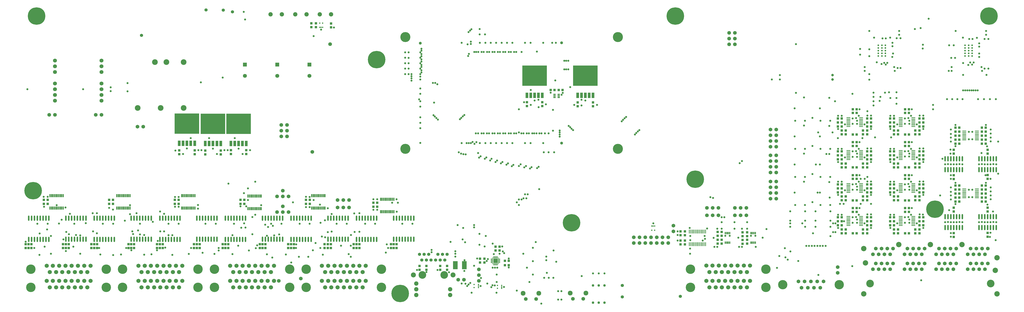
<source format=gbs>
G04*
G04 #@! TF.GenerationSoftware,Altium Limited,Altium Designer,18.0.12 (696)*
G04*
G04 Layer_Color=16711935*
%FSLAX25Y25*%
%MOIN*%
G70*
G01*
G75*
%ADD68R,0.08000X0.14000*%
%ADD71R,0.04240X0.04240*%
%ADD72R,0.04240X0.04240*%
%ADD73R,0.02153X0.04000*%
%ADD77O,0.02862X0.09161*%
%ADD94R,0.01681X0.06799*%
%ADD96R,0.06799X0.06799*%
%ADD97C,0.06799*%
%ADD98C,0.13295*%
%ADD99C,0.06500*%
%ADD100C,0.09358*%
%ADD101C,0.09949*%
%ADD102C,0.08700*%
%ADD103C,0.05500*%
%ADD104C,0.07500*%
%ADD105C,0.13300*%
%ADD106C,0.30500*%
%ADD107C,0.04437*%
%ADD108C,0.07200*%
%ADD109C,0.16500*%
%ADD110C,0.16248*%
%ADD111C,0.05098*%
%ADD112C,0.03500*%
%ADD113C,0.17500*%
%ADD114C,0.08374*%
%ADD115C,0.04500*%
%ADD116C,0.03000*%
%ADD152R,0.02272X0.05421*%
%ADD153R,0.01681X0.01681*%
%ADD154R,0.01681X0.04043*%
%ADD155R,0.04043X0.01681*%
%ADD156R,0.07587X0.07587*%
%ADD157R,0.02468X0.02075*%
%ADD158R,0.02075X0.02468*%
%ADD159R,0.04700X0.09500*%
%ADD160R,0.42500X0.35500*%
%ADD161R,0.06996X0.01681*%
%ADD162R,0.03847X0.02075*%
D68*
X767500Y71500D02*
D03*
X752004D02*
D03*
D71*
X829000Y103847D02*
D03*
Y97154D02*
D03*
X501400Y486654D02*
D03*
Y493347D02*
D03*
X535685Y486307D02*
D03*
Y493000D02*
D03*
X1461663Y299654D02*
D03*
Y306347D02*
D03*
X1552663Y299654D02*
D03*
Y306347D02*
D03*
X1461663Y242154D02*
D03*
Y248847D02*
D03*
X1552663Y242154D02*
D03*
Y248847D02*
D03*
X1461663Y184653D02*
D03*
Y191347D02*
D03*
X1552663Y184653D02*
D03*
Y191347D02*
D03*
X1461663Y127154D02*
D03*
Y133846D02*
D03*
X1552663Y127154D02*
D03*
Y133846D02*
D03*
X1424663Y299654D02*
D03*
Y306347D02*
D03*
X1515663Y299654D02*
D03*
Y306347D02*
D03*
X1424663Y242154D02*
D03*
Y248847D02*
D03*
X1515663Y242154D02*
D03*
Y248847D02*
D03*
X1424663Y184653D02*
D03*
Y191347D02*
D03*
X1515663Y184653D02*
D03*
Y191347D02*
D03*
X1424663Y127154D02*
D03*
Y133846D02*
D03*
X1515663Y127154D02*
D03*
Y133846D02*
D03*
X1678500Y121153D02*
D03*
Y127847D02*
D03*
Y222153D02*
D03*
Y228847D02*
D03*
Y171693D02*
D03*
Y165000D02*
D03*
Y272693D02*
D03*
Y266000D02*
D03*
X1619500Y120653D02*
D03*
Y127347D02*
D03*
Y221654D02*
D03*
Y228346D02*
D03*
Y171846D02*
D03*
Y165154D02*
D03*
Y272847D02*
D03*
Y266154D02*
D03*
X822000Y97154D02*
D03*
Y103847D02*
D03*
X795000Y76153D02*
D03*
Y82846D02*
D03*
X802500Y76153D02*
D03*
Y82846D02*
D03*
X991788Y348807D02*
D03*
Y355500D02*
D03*
X298141Y265154D02*
D03*
Y271847D02*
D03*
X964988Y348807D02*
D03*
Y355500D02*
D03*
X271341Y265154D02*
D03*
Y271847D02*
D03*
X316700Y264653D02*
D03*
Y271346D02*
D03*
X343500Y264653D02*
D03*
Y271346D02*
D03*
X876602Y349153D02*
D03*
Y355847D02*
D03*
X361197Y265307D02*
D03*
Y272000D02*
D03*
X903402Y349153D02*
D03*
Y355847D02*
D03*
X388000Y265307D02*
D03*
Y272000D02*
D03*
X79000Y101284D02*
D03*
Y107976D02*
D03*
X192770Y101284D02*
D03*
Y107976D02*
D03*
X307000Y101284D02*
D03*
Y107976D02*
D03*
X421384Y101284D02*
D03*
Y107976D02*
D03*
X535326Y101284D02*
D03*
Y107976D02*
D03*
X649498Y101284D02*
D03*
Y107976D02*
D03*
X9000Y101284D02*
D03*
Y107976D02*
D03*
X128270Y101284D02*
D03*
Y107976D02*
D03*
X242538Y101284D02*
D03*
Y107976D02*
D03*
X356691Y101284D02*
D03*
Y107976D02*
D03*
X470845Y101284D02*
D03*
Y107976D02*
D03*
X584998Y101284D02*
D03*
Y107976D02*
D03*
X73831Y101284D02*
D03*
Y107976D02*
D03*
X187770Y101284D02*
D03*
Y107976D02*
D03*
X302038Y101284D02*
D03*
Y107976D02*
D03*
X416384Y101284D02*
D03*
Y107976D02*
D03*
X529826Y101284D02*
D03*
Y107976D02*
D03*
X644498Y101284D02*
D03*
Y107976D02*
D03*
X14000Y101284D02*
D03*
Y107976D02*
D03*
X123270Y101284D02*
D03*
Y107976D02*
D03*
X237538Y101284D02*
D03*
Y107976D02*
D03*
X351691Y101284D02*
D03*
Y107976D02*
D03*
X465845Y101284D02*
D03*
Y107976D02*
D03*
X579998Y101284D02*
D03*
Y107976D02*
D03*
X69000Y101284D02*
D03*
Y107976D02*
D03*
X183067Y101284D02*
D03*
Y107976D02*
D03*
X297000Y101284D02*
D03*
Y107976D02*
D03*
X411567Y101284D02*
D03*
Y107976D02*
D03*
X524326Y101284D02*
D03*
Y107976D02*
D03*
X639831Y101284D02*
D03*
Y107976D02*
D03*
X4000Y101284D02*
D03*
Y107976D02*
D03*
X118402Y101284D02*
D03*
Y107976D02*
D03*
X232538Y101284D02*
D03*
Y107976D02*
D03*
X347000Y101284D02*
D03*
Y107976D02*
D03*
X461000Y101284D02*
D03*
Y107976D02*
D03*
X574831Y101284D02*
D03*
Y107976D02*
D03*
X1252000Y122153D02*
D03*
Y128847D02*
D03*
X1260000Y115847D02*
D03*
Y109153D02*
D03*
Y122153D02*
D03*
Y128847D02*
D03*
X1252000Y115347D02*
D03*
Y108653D02*
D03*
X1208500Y122653D02*
D03*
Y129347D02*
D03*
Y115847D02*
D03*
Y109153D02*
D03*
X1215500Y122653D02*
D03*
Y129347D02*
D03*
Y115847D02*
D03*
Y109153D02*
D03*
X1144000Y123653D02*
D03*
Y130347D02*
D03*
Y114347D02*
D03*
Y107653D02*
D03*
X1151500Y123653D02*
D03*
Y130347D02*
D03*
Y114347D02*
D03*
Y107653D02*
D03*
X737500Y69890D02*
D03*
Y63197D02*
D03*
X725500Y69890D02*
D03*
Y63197D02*
D03*
X701500Y69890D02*
D03*
Y63197D02*
D03*
X689500Y69890D02*
D03*
Y63197D02*
D03*
X509400Y493347D02*
D03*
Y486654D02*
D03*
X1468970Y306347D02*
D03*
Y299654D02*
D03*
X1559970Y306347D02*
D03*
Y299654D02*
D03*
X1468970Y248847D02*
D03*
Y242154D02*
D03*
X1559970Y248847D02*
D03*
Y242154D02*
D03*
X1468970Y191347D02*
D03*
Y184653D02*
D03*
X1559970Y191347D02*
D03*
Y184653D02*
D03*
X1468970Y133846D02*
D03*
Y127154D02*
D03*
X1559970Y133846D02*
D03*
Y127154D02*
D03*
X1431663Y306347D02*
D03*
Y299654D02*
D03*
X1522663Y306347D02*
D03*
Y299654D02*
D03*
X1431663Y248847D02*
D03*
Y242154D02*
D03*
X1522663Y248847D02*
D03*
Y242154D02*
D03*
X1431663Y191347D02*
D03*
Y184653D02*
D03*
X1522663Y191347D02*
D03*
Y184653D02*
D03*
X1431663Y133846D02*
D03*
Y127154D02*
D03*
X1522663Y133846D02*
D03*
Y127154D02*
D03*
D72*
X1675347Y189500D02*
D03*
X1668653D02*
D03*
X1675347Y290500D02*
D03*
X1668653D02*
D03*
X1675347Y203500D02*
D03*
X1668653D02*
D03*
X1675347Y304500D02*
D03*
X1668653D02*
D03*
X1622654Y203500D02*
D03*
X1629346D02*
D03*
X1622654Y304500D02*
D03*
X1629346D02*
D03*
X1622654Y189500D02*
D03*
X1629346D02*
D03*
X1622654Y290500D02*
D03*
X1629346D02*
D03*
X844847Y71500D02*
D03*
X838153D02*
D03*
X844847Y79000D02*
D03*
X838153D02*
D03*
X1475663Y320500D02*
D03*
X1468970D02*
D03*
X1566663D02*
D03*
X1559970D02*
D03*
X1475663Y263000D02*
D03*
X1468970D02*
D03*
X1566663D02*
D03*
X1559970D02*
D03*
X1475663Y205500D02*
D03*
X1468970D02*
D03*
X1566663D02*
D03*
X1559970D02*
D03*
X1475663Y148000D02*
D03*
X1468970D02*
D03*
X1566663D02*
D03*
X1559970D02*
D03*
X1468970Y313500D02*
D03*
X1475663D02*
D03*
X1559970D02*
D03*
X1566663D02*
D03*
X1468970Y256000D02*
D03*
X1475663D02*
D03*
X1559970D02*
D03*
X1566663D02*
D03*
X1468970Y198500D02*
D03*
X1475663D02*
D03*
X1559970D02*
D03*
X1566663D02*
D03*
X1468970Y141000D02*
D03*
X1475663D02*
D03*
X1559970D02*
D03*
X1566663D02*
D03*
X1450663Y299500D02*
D03*
X1443970D02*
D03*
X1541663D02*
D03*
X1534970D02*
D03*
X1450663Y242000D02*
D03*
X1443970D02*
D03*
X1541663D02*
D03*
X1534970D02*
D03*
X1450663Y184500D02*
D03*
X1443970D02*
D03*
X1541663D02*
D03*
X1534970D02*
D03*
X1450663Y127000D02*
D03*
X1443970D02*
D03*
X1541663D02*
D03*
X1534970D02*
D03*
X1450663Y337000D02*
D03*
X1443970D02*
D03*
X1541663D02*
D03*
X1534970D02*
D03*
X1450663Y279500D02*
D03*
X1443970D02*
D03*
X1541663D02*
D03*
X1534970D02*
D03*
X1450663Y222000D02*
D03*
X1443970D02*
D03*
X1541663D02*
D03*
X1534970D02*
D03*
X1450663Y164500D02*
D03*
X1443970D02*
D03*
X1541663D02*
D03*
X1534970D02*
D03*
X1417970Y320500D02*
D03*
X1424663D02*
D03*
X1508970D02*
D03*
X1515663D02*
D03*
X1417970Y263000D02*
D03*
X1424663D02*
D03*
X1508970D02*
D03*
X1515663D02*
D03*
X1417970Y205500D02*
D03*
X1424663D02*
D03*
X1508970D02*
D03*
X1515663D02*
D03*
X1417970Y148000D02*
D03*
X1424663D02*
D03*
X1508970D02*
D03*
X1515663D02*
D03*
X1424663Y313500D02*
D03*
X1417970D02*
D03*
X1515663D02*
D03*
X1508970D02*
D03*
X1424663Y256000D02*
D03*
X1417970D02*
D03*
X1515663D02*
D03*
X1508970D02*
D03*
X1424663Y198500D02*
D03*
X1417970D02*
D03*
X1515663D02*
D03*
X1508970D02*
D03*
X1424663Y141000D02*
D03*
X1417970D02*
D03*
X1515663D02*
D03*
X1508970D02*
D03*
X1475663Y327500D02*
D03*
X1468970D02*
D03*
X1566663D02*
D03*
X1559970D02*
D03*
X1475663Y270000D02*
D03*
X1468970D02*
D03*
X1566663D02*
D03*
X1559970D02*
D03*
X1475663Y212500D02*
D03*
X1468970D02*
D03*
X1566663D02*
D03*
X1559970D02*
D03*
X1475663Y155000D02*
D03*
X1468970D02*
D03*
X1566663D02*
D03*
X1559970D02*
D03*
X1417970Y327500D02*
D03*
X1424663D02*
D03*
X1508970D02*
D03*
X1515663D02*
D03*
X1417970Y270000D02*
D03*
X1424663D02*
D03*
X1508970D02*
D03*
X1515663D02*
D03*
X1417970Y212500D02*
D03*
X1424663D02*
D03*
X1508970D02*
D03*
X1515663D02*
D03*
X1417970Y155000D02*
D03*
X1424663D02*
D03*
X1508970D02*
D03*
X1515663D02*
D03*
X1675347Y196500D02*
D03*
X1668653D02*
D03*
X1675347Y297500D02*
D03*
X1668653D02*
D03*
X1622654Y196500D02*
D03*
X1629346D02*
D03*
X1622654Y297500D02*
D03*
X1629346D02*
D03*
X1675347Y182500D02*
D03*
X1668653D02*
D03*
X1675347Y283500D02*
D03*
X1668653D02*
D03*
Y210500D02*
D03*
X1675347D02*
D03*
X1668653Y311500D02*
D03*
X1675347D02*
D03*
X1622654Y210500D02*
D03*
X1629346D02*
D03*
X1622654Y311500D02*
D03*
X1629346D02*
D03*
Y182500D02*
D03*
X1622654D02*
D03*
X1629346Y283500D02*
D03*
X1622654D02*
D03*
X35616Y185260D02*
D03*
X42309D02*
D03*
X149424D02*
D03*
X156116D02*
D03*
X263731D02*
D03*
X270424D02*
D03*
X378038D02*
D03*
X384731D02*
D03*
X491845D02*
D03*
X498538D02*
D03*
X609152Y180496D02*
D03*
X615845D02*
D03*
X35616Y178260D02*
D03*
X42309D02*
D03*
X149424D02*
D03*
X156116D02*
D03*
X263731D02*
D03*
X270424D02*
D03*
X378038D02*
D03*
X384731D02*
D03*
X491845D02*
D03*
X498538D02*
D03*
X609152Y173496D02*
D03*
X615845D02*
D03*
X917965Y377153D02*
D03*
X924658D02*
D03*
X938657D02*
D03*
X931965D02*
D03*
X1443970Y343500D02*
D03*
X1450663D02*
D03*
X1534970D02*
D03*
X1541663D02*
D03*
X1443970Y286000D02*
D03*
X1450663D02*
D03*
X1534970D02*
D03*
X1541663D02*
D03*
X1443970Y228500D02*
D03*
X1450663D02*
D03*
X1534970D02*
D03*
X1541663D02*
D03*
X1443970Y171000D02*
D03*
X1450663D02*
D03*
X1534970D02*
D03*
X1541663D02*
D03*
D73*
X1266500Y127287D02*
D03*
Y110711D02*
D03*
X1269059D02*
D03*
X1271618D02*
D03*
X1274177D02*
D03*
X1269059Y127287D02*
D03*
X1271618D02*
D03*
X1274177D02*
D03*
X1222000D02*
D03*
Y110711D02*
D03*
X1224559D02*
D03*
X1227118D02*
D03*
X1229677D02*
D03*
X1224559Y127287D02*
D03*
X1227118D02*
D03*
X1229677D02*
D03*
D77*
X73963Y153362D02*
D03*
X78963D02*
D03*
X83963D02*
D03*
X88963D02*
D03*
X93963D02*
D03*
X98963D02*
D03*
X103963D02*
D03*
X108963D02*
D03*
X73963Y116669D02*
D03*
X78963D02*
D03*
X83963D02*
D03*
X88963D02*
D03*
X93963D02*
D03*
X98963D02*
D03*
X103963D02*
D03*
X108963D02*
D03*
X187770Y153362D02*
D03*
X192770D02*
D03*
X197770D02*
D03*
X202770D02*
D03*
X207770D02*
D03*
X212770D02*
D03*
X217770D02*
D03*
X222770D02*
D03*
X187770Y116669D02*
D03*
X192770D02*
D03*
X197770D02*
D03*
X202770D02*
D03*
X207770D02*
D03*
X212770D02*
D03*
X217770D02*
D03*
X222770D02*
D03*
X302038Y153362D02*
D03*
X307038D02*
D03*
X312038D02*
D03*
X317038D02*
D03*
X322038D02*
D03*
X327038D02*
D03*
X332038D02*
D03*
X337038D02*
D03*
X302038Y116669D02*
D03*
X307038D02*
D03*
X312038D02*
D03*
X317038D02*
D03*
X322038D02*
D03*
X327038D02*
D03*
X332038D02*
D03*
X337038D02*
D03*
X416384Y153362D02*
D03*
X421384D02*
D03*
X426384D02*
D03*
X431384D02*
D03*
X436384D02*
D03*
X441384D02*
D03*
X446384D02*
D03*
X451384D02*
D03*
X416384Y116669D02*
D03*
X421384D02*
D03*
X426384D02*
D03*
X431384D02*
D03*
X436384D02*
D03*
X441384D02*
D03*
X446384D02*
D03*
X451384D02*
D03*
X530345Y153362D02*
D03*
X535345D02*
D03*
X540345D02*
D03*
X545345D02*
D03*
X550345D02*
D03*
X555345D02*
D03*
X560345D02*
D03*
X565345D02*
D03*
X530345Y116669D02*
D03*
X535345D02*
D03*
X540345D02*
D03*
X545345D02*
D03*
X550345D02*
D03*
X555345D02*
D03*
X560345D02*
D03*
X565345D02*
D03*
X644498Y153362D02*
D03*
X649498D02*
D03*
X654498D02*
D03*
X659498D02*
D03*
X664498D02*
D03*
X669498D02*
D03*
X674498D02*
D03*
X679498D02*
D03*
X644498Y116669D02*
D03*
X649498D02*
D03*
X654498D02*
D03*
X659498D02*
D03*
X664498D02*
D03*
X669498D02*
D03*
X674498D02*
D03*
X679498D02*
D03*
X9463Y153209D02*
D03*
X14463D02*
D03*
X19463D02*
D03*
X24463D02*
D03*
X29463D02*
D03*
X34463D02*
D03*
X39463D02*
D03*
X44463D02*
D03*
X9463Y116516D02*
D03*
X14463D02*
D03*
X19463D02*
D03*
X24463D02*
D03*
X29463D02*
D03*
X34463D02*
D03*
X39463D02*
D03*
X44463D02*
D03*
X123270Y153209D02*
D03*
X128270D02*
D03*
X133270D02*
D03*
X138270D02*
D03*
X143270D02*
D03*
X148270D02*
D03*
X153270D02*
D03*
X158270D02*
D03*
X123270Y116516D02*
D03*
X128270D02*
D03*
X133270D02*
D03*
X138270D02*
D03*
X143270D02*
D03*
X148270D02*
D03*
X153270D02*
D03*
X158270D02*
D03*
X237538Y153209D02*
D03*
X242538D02*
D03*
X247538D02*
D03*
X252538D02*
D03*
X257538D02*
D03*
X262538D02*
D03*
X267538D02*
D03*
X272538D02*
D03*
X237538Y116516D02*
D03*
X242538D02*
D03*
X247538D02*
D03*
X252538D02*
D03*
X257538D02*
D03*
X262538D02*
D03*
X267538D02*
D03*
X272538D02*
D03*
X351691Y153209D02*
D03*
X356691D02*
D03*
X361691D02*
D03*
X366691D02*
D03*
X371691D02*
D03*
X376691D02*
D03*
X381691D02*
D03*
X386691D02*
D03*
X351691Y116516D02*
D03*
X356691D02*
D03*
X361691D02*
D03*
X366691D02*
D03*
X371691D02*
D03*
X376691D02*
D03*
X381691D02*
D03*
X386691D02*
D03*
X465845Y153209D02*
D03*
X470845D02*
D03*
X475845D02*
D03*
X480845D02*
D03*
X485845D02*
D03*
X490845D02*
D03*
X495845D02*
D03*
X500845D02*
D03*
X465845Y116516D02*
D03*
X470845D02*
D03*
X475845D02*
D03*
X480845D02*
D03*
X485845D02*
D03*
X490845D02*
D03*
X495845D02*
D03*
X500845D02*
D03*
X579998Y153209D02*
D03*
X584998D02*
D03*
X589998D02*
D03*
X594998D02*
D03*
X599998D02*
D03*
X604998D02*
D03*
X609998D02*
D03*
X614998D02*
D03*
X579998Y116516D02*
D03*
X584998D02*
D03*
X589998D02*
D03*
X594998D02*
D03*
X599998D02*
D03*
X604998D02*
D03*
X609998D02*
D03*
X614998D02*
D03*
X1634500Y238102D02*
D03*
X1629500D02*
D03*
X1624500D02*
D03*
X1619500D02*
D03*
X1614500D02*
D03*
X1609500D02*
D03*
X1604500D02*
D03*
X1634500Y257000D02*
D03*
X1629500D02*
D03*
X1624500D02*
D03*
X1619500D02*
D03*
X1614500D02*
D03*
X1609500D02*
D03*
X1604500D02*
D03*
X1634500Y137102D02*
D03*
X1629500D02*
D03*
X1624500D02*
D03*
X1619500D02*
D03*
X1614500D02*
D03*
X1609500D02*
D03*
X1604500D02*
D03*
X1634500Y156000D02*
D03*
X1629500D02*
D03*
X1624500D02*
D03*
X1619500D02*
D03*
X1614500D02*
D03*
X1609500D02*
D03*
X1604500D02*
D03*
X1693500Y238102D02*
D03*
X1688500D02*
D03*
X1683500D02*
D03*
X1678500D02*
D03*
X1673500D02*
D03*
X1668500D02*
D03*
X1663500D02*
D03*
X1693500Y257000D02*
D03*
X1688500D02*
D03*
X1683500D02*
D03*
X1678500D02*
D03*
X1673500D02*
D03*
X1668500D02*
D03*
X1663500D02*
D03*
X1693500Y137102D02*
D03*
X1688500D02*
D03*
X1683500D02*
D03*
X1678500D02*
D03*
X1673500D02*
D03*
X1668500D02*
D03*
X1663500D02*
D03*
X1693500Y156000D02*
D03*
X1688500D02*
D03*
X1683500D02*
D03*
X1678500D02*
D03*
X1673500D02*
D03*
X1668500D02*
D03*
X1663500D02*
D03*
D94*
X1159425Y130024D02*
D03*
X1161984D02*
D03*
X1164543D02*
D03*
X1167102D02*
D03*
X1169661D02*
D03*
X1172221D02*
D03*
X1174780D02*
D03*
X1177339D02*
D03*
X1179898D02*
D03*
X1182457D02*
D03*
X1185016D02*
D03*
X1187575D02*
D03*
X1159425Y107976D02*
D03*
X1161984D02*
D03*
X1164543D02*
D03*
X1167102D02*
D03*
X1169661D02*
D03*
X1172221D02*
D03*
X1174780D02*
D03*
X1177339D02*
D03*
X1179898D02*
D03*
X1182457D02*
D03*
X1185016D02*
D03*
X1187575D02*
D03*
D96*
X497996Y421307D02*
D03*
X441881Y421307D02*
D03*
X385767D02*
D03*
D97*
X497996Y401607D02*
D03*
X441881Y401607D02*
D03*
X385767D02*
D03*
X55000Y358381D02*
D03*
Y368381D02*
D03*
Y378381D02*
D03*
Y388381D02*
D03*
Y408381D02*
D03*
Y418381D02*
D03*
Y428381D02*
D03*
X136000Y358381D02*
D03*
Y368381D02*
D03*
Y378381D02*
D03*
Y388381D02*
D03*
Y408381D02*
D03*
Y418381D02*
D03*
Y428381D02*
D03*
D98*
X1684016Y39300D02*
D03*
X1474016D02*
D03*
D99*
X1669016Y74300D02*
D03*
X1659016D02*
D03*
X1649016D02*
D03*
X1679016D02*
D03*
X1644016Y64300D02*
D03*
X1654016D02*
D03*
X1664016D02*
D03*
X1674016D02*
D03*
Y90284D02*
D03*
X1664016D02*
D03*
X1654016D02*
D03*
X1644016D02*
D03*
X1679016Y100284D02*
D03*
X1649016D02*
D03*
X1659016D02*
D03*
X1669016D02*
D03*
X1614016D02*
D03*
X1604016D02*
D03*
X1594016D02*
D03*
X1624016D02*
D03*
X1589016Y90284D02*
D03*
X1599016D02*
D03*
X1609016D02*
D03*
X1619016D02*
D03*
Y64300D02*
D03*
X1609016D02*
D03*
X1599016D02*
D03*
X1589016D02*
D03*
X1624016Y74300D02*
D03*
X1594016D02*
D03*
X1604016D02*
D03*
X1614016D02*
D03*
X1559016Y100284D02*
D03*
X1549016D02*
D03*
X1539016D02*
D03*
X1569016D02*
D03*
X1534016Y90284D02*
D03*
X1544016D02*
D03*
X1554016D02*
D03*
X1564016D02*
D03*
Y64300D02*
D03*
X1554016D02*
D03*
X1544016D02*
D03*
X1534016D02*
D03*
X1569016Y74300D02*
D03*
X1539016D02*
D03*
X1549016D02*
D03*
X1559016D02*
D03*
X1504016Y100284D02*
D03*
X1494016D02*
D03*
X1484016D02*
D03*
X1514016D02*
D03*
X1479016Y90284D02*
D03*
X1489016D02*
D03*
X1499016D02*
D03*
X1509016D02*
D03*
Y64300D02*
D03*
X1499016D02*
D03*
X1489016D02*
D03*
X1479016D02*
D03*
X1514016Y74300D02*
D03*
X1484016D02*
D03*
X1494016D02*
D03*
X1504016D02*
D03*
X136000Y333853D02*
D03*
X126000D02*
D03*
X208770Y313137D02*
D03*
X198770D02*
D03*
X1365547Y31909D02*
D03*
X1354642D02*
D03*
X1376453D02*
D03*
X1387358D02*
D03*
X1392811Y43091D02*
D03*
X1381905D02*
D03*
X1371000D02*
D03*
X1349189D02*
D03*
X1360095D02*
D03*
X1238500Y476777D02*
D03*
Y466777D02*
D03*
Y456777D02*
D03*
X1228500D02*
D03*
Y466777D02*
D03*
Y476777D02*
D03*
X461500Y191499D02*
D03*
X451500D02*
D03*
X441500D02*
D03*
X451500Y201499D02*
D03*
X1310500Y187500D02*
D03*
Y197500D02*
D03*
Y207500D02*
D03*
Y217500D02*
D03*
X1300500D02*
D03*
Y207500D02*
D03*
Y197500D02*
D03*
Y187500D02*
D03*
X567000Y172000D02*
D03*
X557000D02*
D03*
X547000D02*
D03*
X566983Y185000D02*
D03*
X556983D02*
D03*
X546983D02*
D03*
X1310500Y308000D02*
D03*
Y298000D02*
D03*
Y288000D02*
D03*
Y278000D02*
D03*
X1300500D02*
D03*
Y288000D02*
D03*
Y298000D02*
D03*
Y308000D02*
D03*
X1310500Y263000D02*
D03*
Y253000D02*
D03*
Y243000D02*
D03*
Y233000D02*
D03*
X1300500D02*
D03*
Y243000D02*
D03*
Y253000D02*
D03*
Y263000D02*
D03*
X459000Y315917D02*
D03*
Y305917D02*
D03*
Y295917D02*
D03*
X449000D02*
D03*
Y305917D02*
D03*
Y315917D02*
D03*
X45000Y333853D02*
D03*
X55000D02*
D03*
X451500Y174000D02*
D03*
X441500Y164000D02*
D03*
X451500D02*
D03*
X461500D02*
D03*
X793000Y64000D02*
D03*
Y54000D02*
D03*
Y44000D02*
D03*
X767000Y46000D02*
D03*
X757000D02*
D03*
X1131500Y130289D02*
D03*
Y140289D02*
D03*
X1092500Y120000D02*
D03*
X1102500D02*
D03*
X1082500D02*
D03*
X1072500D02*
D03*
X1112500D02*
D03*
X1122500D02*
D03*
X1062500D02*
D03*
Y110000D02*
D03*
X1072500D02*
D03*
X1082500D02*
D03*
X1092500D02*
D03*
X1102500D02*
D03*
X1112500D02*
D03*
X1122500D02*
D03*
X1210000Y171500D02*
D03*
X1200000D02*
D03*
X1190000D02*
D03*
X1238500Y158500D02*
D03*
X1248500D02*
D03*
X1258500D02*
D03*
X1210000D02*
D03*
X1200000D02*
D03*
X1190000D02*
D03*
X1238500Y171500D02*
D03*
X1248500D02*
D03*
X1258500D02*
D03*
X1417500Y58000D02*
D03*
Y68000D02*
D03*
X892492Y12500D02*
D03*
X874776D02*
D03*
X974500Y12760D02*
D03*
X956783D02*
D03*
X534000Y457000D02*
D03*
X503000Y269000D02*
D03*
X985388Y394894D02*
D03*
Y409394D02*
D03*
X978388Y402153D02*
D03*
X971388Y409394D02*
D03*
Y394394D02*
D03*
X897002Y394894D02*
D03*
Y409394D02*
D03*
X890002Y402153D02*
D03*
X883002Y409394D02*
D03*
Y394394D02*
D03*
X381600Y325305D02*
D03*
X374600Y318065D02*
D03*
X381600Y310805D02*
D03*
X367600Y310305D02*
D03*
Y325305D02*
D03*
X337100Y325305D02*
D03*
Y310805D02*
D03*
X330100Y318065D02*
D03*
X323100Y325305D02*
D03*
Y310305D02*
D03*
X291741Y311240D02*
D03*
Y325740D02*
D03*
X284741Y318500D02*
D03*
X277741Y325740D02*
D03*
Y310740D02*
D03*
X483014Y48000D02*
D03*
X444500Y43900D02*
D03*
D100*
X1462933Y21308D02*
D03*
Y100284D02*
D03*
X1466024Y75284D02*
D03*
X1524016Y107292D02*
D03*
X1579016D02*
D03*
X1634016D02*
D03*
X1691909Y62292D02*
D03*
X1695000Y84300D02*
D03*
Y21308D02*
D03*
D101*
X229101Y425717D02*
D03*
X249101D02*
D03*
X279101D02*
D03*
Y345717D02*
D03*
X239101D02*
D03*
X199101D02*
D03*
D102*
X678900Y54303D02*
D03*
X748100D02*
D03*
D103*
X689500Y90303D02*
D03*
X697500D02*
D03*
X705500D02*
D03*
X737500D02*
D03*
X721500D02*
D03*
X729500D02*
D03*
X709500Y80303D02*
D03*
X701508D02*
D03*
X693508D02*
D03*
X717508D02*
D03*
X725508D02*
D03*
X733500D02*
D03*
X205683Y472208D02*
D03*
X318000Y516598D02*
D03*
X364000Y513304D02*
D03*
X347921Y516508D02*
D03*
X1143500Y17000D02*
D03*
X1042500Y36000D02*
D03*
Y16000D02*
D03*
D104*
X743100Y19303D02*
D03*
Y29303D02*
D03*
X683900Y19303D02*
D03*
Y29303D02*
D03*
Y39303D02*
D03*
X516000Y509000D02*
D03*
X535685D02*
D03*
X430158D02*
D03*
X449843D02*
D03*
X492842D02*
D03*
X473158D02*
D03*
D105*
X732500Y54303D02*
D03*
X694500D02*
D03*
D106*
X1587000Y169000D02*
D03*
X954454Y145500D02*
D03*
X656000Y22000D02*
D03*
X23000Y506000D02*
D03*
X1681000D02*
D03*
X17000Y201499D02*
D03*
X615000Y430000D02*
D03*
X1135000Y506000D02*
D03*
X1169500Y221500D02*
D03*
D107*
X991500Y36000D02*
D03*
X1001500D02*
D03*
X991500Y6000D02*
D03*
X1001500D02*
D03*
X1011500D02*
D03*
Y36000D02*
D03*
D108*
X519700Y43900D02*
D03*
X530600D02*
D03*
X552400D02*
D03*
X541500D02*
D03*
X585100D02*
D03*
X596000D02*
D03*
X574200D02*
D03*
X563300D02*
D03*
X525150Y32700D02*
D03*
X536050D02*
D03*
X557850D02*
D03*
X546950D02*
D03*
X590550D02*
D03*
X579650D02*
D03*
X568750D02*
D03*
X546950Y59300D02*
D03*
X536050D02*
D03*
X525150D02*
D03*
X568750D02*
D03*
X557850D02*
D03*
X579650D02*
D03*
X590550D02*
D03*
X563300Y70500D02*
D03*
X574200D02*
D03*
X596000D02*
D03*
X585100D02*
D03*
X541500D02*
D03*
X552400D02*
D03*
X530600D02*
D03*
X519700D02*
D03*
X359967Y43900D02*
D03*
X370867D02*
D03*
X392667D02*
D03*
X381767D02*
D03*
X425367D02*
D03*
X436267D02*
D03*
X414467D02*
D03*
X403567D02*
D03*
X365417Y32700D02*
D03*
X376317D02*
D03*
X398117D02*
D03*
X387217D02*
D03*
X430817D02*
D03*
X419917D02*
D03*
X409017D02*
D03*
X387217Y59300D02*
D03*
X376317D02*
D03*
X365417D02*
D03*
X409017D02*
D03*
X398117D02*
D03*
X419917D02*
D03*
X430817D02*
D03*
X403567Y70500D02*
D03*
X414467D02*
D03*
X436267D02*
D03*
X425367D02*
D03*
X381767D02*
D03*
X392667D02*
D03*
X370867D02*
D03*
X359967D02*
D03*
X200233Y43900D02*
D03*
X211133D02*
D03*
X232933D02*
D03*
X222033D02*
D03*
X265633D02*
D03*
X276533D02*
D03*
X254733D02*
D03*
X243833D02*
D03*
X205683Y32700D02*
D03*
X216583D02*
D03*
X238383D02*
D03*
X227483D02*
D03*
X271083D02*
D03*
X260183D02*
D03*
X249283D02*
D03*
X227483Y59300D02*
D03*
X216583D02*
D03*
X205683D02*
D03*
X249283D02*
D03*
X238383D02*
D03*
X260183D02*
D03*
X271083D02*
D03*
X243833Y70500D02*
D03*
X254733D02*
D03*
X276533D02*
D03*
X265633D02*
D03*
X222033D02*
D03*
X232933D02*
D03*
X211133D02*
D03*
X200233D02*
D03*
X40500Y43900D02*
D03*
X51400D02*
D03*
X73200D02*
D03*
X62300D02*
D03*
X105900D02*
D03*
X116800D02*
D03*
X95000D02*
D03*
X84100D02*
D03*
X45950Y32700D02*
D03*
X56850D02*
D03*
X78650D02*
D03*
X67750D02*
D03*
X111350D02*
D03*
X100450D02*
D03*
X89550D02*
D03*
X67750Y59300D02*
D03*
X56850D02*
D03*
X45950D02*
D03*
X89550D02*
D03*
X78650D02*
D03*
X100450D02*
D03*
X111350D02*
D03*
X84100Y70500D02*
D03*
X95000D02*
D03*
X116800D02*
D03*
X105900D02*
D03*
X62300D02*
D03*
X73200D02*
D03*
X51400D02*
D03*
X40500D02*
D03*
X1188800Y44000D02*
D03*
X1199700D02*
D03*
X1221500D02*
D03*
X1210600D02*
D03*
X1254200D02*
D03*
X1265100D02*
D03*
X1243300D02*
D03*
X1232400D02*
D03*
X1194250Y32800D02*
D03*
X1205150D02*
D03*
X1226950D02*
D03*
X1216050D02*
D03*
X1259650D02*
D03*
X1248750D02*
D03*
X1237850D02*
D03*
X1216050Y59400D02*
D03*
X1205150D02*
D03*
X1194250D02*
D03*
X1237850D02*
D03*
X1226950D02*
D03*
X1248750D02*
D03*
X1259650D02*
D03*
X1232400Y70600D02*
D03*
X1243300D02*
D03*
X1265100D02*
D03*
X1254200D02*
D03*
X1210600D02*
D03*
X1221500D02*
D03*
X1199700D02*
D03*
X1188800D02*
D03*
D109*
X492250Y32700D02*
D03*
Y64200D02*
D03*
X623450D02*
D03*
Y32700D02*
D03*
X332517D02*
D03*
Y64200D02*
D03*
X463717D02*
D03*
Y32700D02*
D03*
X172783D02*
D03*
Y64200D02*
D03*
X303983D02*
D03*
Y32700D02*
D03*
X13050D02*
D03*
Y64200D02*
D03*
X144250D02*
D03*
Y32700D02*
D03*
X1161350Y32800D02*
D03*
Y64300D02*
D03*
X1292550D02*
D03*
Y32800D02*
D03*
D110*
X1321807Y37500D02*
D03*
X1420193D02*
D03*
D111*
X690831Y458789D02*
D03*
X936831Y459339D02*
D03*
Y284339D02*
D03*
D112*
X690831Y284789D02*
D03*
X762831Y459339D02*
D03*
Y284339D02*
D03*
X540524Y486145D02*
D03*
X308808Y390489D02*
D03*
X104000Y378214D02*
D03*
X7000D02*
D03*
X1413000Y357390D02*
D03*
X1443293Y370214D02*
D03*
X1566000Y456193D02*
D03*
X1507000Y373000D02*
D03*
X1509163Y363000D02*
D03*
X1500000Y372307D02*
D03*
X1492100Y365000D02*
D03*
X1490600Y358000D02*
D03*
X1479900Y357436D02*
D03*
Y350000D02*
D03*
X1520106Y353000D02*
D03*
Y363000D02*
D03*
Y373000D02*
D03*
X1479900Y364871D02*
D03*
Y372307D02*
D03*
X1238000Y146500D02*
D03*
X1472500Y436000D02*
D03*
X951842Y381889D02*
D03*
X926000Y393653D02*
D03*
X403500Y217000D02*
D03*
X310000Y272000D02*
D03*
X304500Y272000D02*
D03*
X1534663Y261041D02*
D03*
X1541817Y261000D02*
D03*
X1682631Y120653D02*
D03*
X1542163Y145500D02*
D03*
X1677630Y278810D02*
D03*
X1668000Y266975D02*
D03*
X1675000Y228500D02*
D03*
X1335394Y95500D02*
D03*
X1534663Y203000D02*
D03*
X73200Y172000D02*
D03*
X715000Y355035D02*
D03*
X780439Y23415D02*
D03*
X859000Y181000D02*
D03*
X910235Y86347D02*
D03*
Y80000D02*
D03*
X923000Y97000D02*
D03*
X876500Y67042D02*
D03*
X892000Y111667D02*
D03*
X881000Y42000D02*
D03*
X911465Y58000D02*
D03*
X906500Y49500D02*
D03*
X391000Y185000D02*
D03*
X1683500Y128000D02*
D03*
X346806Y398648D02*
D03*
X152000Y375074D02*
D03*
X225323Y147000D02*
D03*
X185626Y176000D02*
D03*
X1600000Y257000D02*
D03*
X806000Y259500D02*
D03*
X803234Y257175D02*
D03*
X815000Y257000D02*
D03*
X821894Y251515D02*
D03*
X831382Y249026D02*
D03*
X834000Y251500D02*
D03*
X824500Y254000D02*
D03*
X812500D02*
D03*
X793294Y259115D02*
D03*
X420935Y142131D02*
D03*
X434374Y140000D02*
D03*
X425876Y138000D02*
D03*
X466438Y76153D02*
D03*
X385908Y500012D02*
D03*
X383742Y513489D02*
D03*
X152000Y381853D02*
D03*
X474760Y101284D02*
D03*
X475117Y107653D02*
D03*
X424061Y90390D02*
D03*
X404715Y101000D02*
D03*
X433421Y84592D02*
D03*
X406850Y106000D02*
D03*
X1345000Y457000D02*
D03*
X1565831Y159807D02*
D03*
X1566663Y136500D02*
D03*
X570279Y124049D02*
D03*
X66636Y150789D02*
D03*
X120600Y161976D02*
D03*
X392667Y96877D02*
D03*
X332517Y91000D02*
D03*
X288000D02*
D03*
X170000Y90000D02*
D03*
X134000D02*
D03*
X42331Y190760D02*
D03*
X1693000Y361077D02*
D03*
X1682631D02*
D03*
X1672263D02*
D03*
X1661894D02*
D03*
X1608000D02*
D03*
X1617000D02*
D03*
X1626000D02*
D03*
X1635000D02*
D03*
X1604500Y247500D02*
D03*
X1609500Y247551D02*
D03*
X1614000Y273000D02*
D03*
Y266000D02*
D03*
X1534663Y145500D02*
D03*
X1428663Y148000D02*
D03*
X1344840Y372000D02*
D03*
X1552000Y483500D02*
D03*
X1562000Y484949D02*
D03*
X1303000Y395500D02*
D03*
X1247000Y249500D02*
D03*
X1251000Y253000D02*
D03*
X58000Y176000D02*
D03*
X35831Y173260D02*
D03*
X181328Y389054D02*
D03*
Y374698D02*
D03*
X394500Y272000D02*
D03*
X373909Y105331D02*
D03*
X364054Y90788D02*
D03*
X436500Y123500D02*
D03*
X252577Y123614D02*
D03*
X244865Y130500D02*
D03*
X188000Y97211D02*
D03*
X203000Y125000D02*
D03*
X210347Y124000D02*
D03*
X517141Y145455D02*
D03*
X585100Y162000D02*
D03*
X536665Y160558D02*
D03*
X516380Y177000D02*
D03*
X469345Y181000D02*
D03*
X498331Y190260D02*
D03*
X491831Y190760D02*
D03*
X505400Y185000D02*
D03*
X1688000Y165154D02*
D03*
X1678346Y177000D02*
D03*
X1692693Y115000D02*
D03*
X1611750Y167250D02*
D03*
X1614500Y300500D02*
D03*
Y287000D02*
D03*
X1566663Y309000D02*
D03*
X1683500Y247500D02*
D03*
X1521163Y317000D02*
D03*
X199571Y131892D02*
D03*
X189620Y130500D02*
D03*
X238154D02*
D03*
X384000Y197000D02*
D03*
X247000Y102000D02*
D03*
X232500Y97211D02*
D03*
X190823Y125823D02*
D03*
X87000Y103667D02*
D03*
X635000Y101284D02*
D03*
X632500Y107800D02*
D03*
X570000Y85900D02*
D03*
X496000D02*
D03*
X457000Y90000D02*
D03*
X479500Y85900D02*
D03*
X340000Y97000D02*
D03*
Y101284D02*
D03*
X223000Y90303D02*
D03*
X259270Y89500D02*
D03*
X132000Y101284D02*
D03*
X69500Y116479D02*
D03*
X37000Y103667D02*
D03*
X4000Y112260D02*
D03*
X91760Y124000D02*
D03*
X81000Y161000D02*
D03*
X156000Y168202D02*
D03*
X149424Y171424D02*
D03*
X391094Y205405D02*
D03*
X388000Y174000D02*
D03*
X649498Y186500D02*
D03*
X525000Y149714D02*
D03*
X403567Y159500D02*
D03*
X379224Y136776D02*
D03*
X238000Y165000D02*
D03*
X185500Y160458D02*
D03*
X61823Y144000D02*
D03*
X176711Y149000D02*
D03*
X594998Y143760D02*
D03*
X630969Y93500D02*
D03*
X553000Y105240D02*
D03*
X517000Y101284D02*
D03*
X525459Y120000D02*
D03*
X424000Y122653D02*
D03*
X445400Y125000D02*
D03*
X398748Y155500D02*
D03*
Y125500D02*
D03*
X386554Y137000D02*
D03*
X364054Y123653D02*
D03*
X312000Y93000D02*
D03*
X292000Y101284D02*
D03*
X179000D02*
D03*
X210347Y89569D02*
D03*
X259270Y123653D02*
D03*
X234000Y113787D02*
D03*
X244847Y161153D02*
D03*
X197000Y162160D02*
D03*
X108500Y144706D02*
D03*
X156331Y89000D02*
D03*
X128024Y127024D02*
D03*
X74654Y129347D02*
D03*
X128024Y161976D02*
D03*
X121331Y130331D02*
D03*
X98847Y123346D02*
D03*
Y91285D02*
D03*
X79323Y125500D02*
D03*
X73831Y96169D02*
D03*
X28323Y126532D02*
D03*
X41153Y133587D02*
D03*
X47846Y91500D02*
D03*
Y122500D02*
D03*
X19000Y101284D02*
D03*
X431191Y143760D02*
D03*
X384384Y144206D02*
D03*
X1443000Y69800D02*
D03*
X1563000Y45000D02*
D03*
X1678500Y146500D02*
D03*
X741000Y58903D02*
D03*
X721000Y63163D02*
D03*
X701508Y59400D02*
D03*
X685300Y63059D02*
D03*
X576000Y161535D02*
D03*
X650000Y164650D02*
D03*
X652000Y180526D02*
D03*
X642000D02*
D03*
X529806Y170835D02*
D03*
X615831Y167996D02*
D03*
X357000Y213712D02*
D03*
X840822Y246587D02*
D03*
X843500Y249000D02*
D03*
X762000Y266000D02*
D03*
X766000Y265000D02*
D03*
X770000Y264536D02*
D03*
X758000Y268500D02*
D03*
X848481Y301500D02*
D03*
X844881D02*
D03*
X839032D02*
D03*
X835432D02*
D03*
X878000Y195000D02*
D03*
X862706Y186000D02*
D03*
X875531Y188000D02*
D03*
X870528D02*
D03*
X867153Y186000D02*
D03*
X862500Y176500D02*
D03*
X873207Y195091D02*
D03*
X898000Y204000D02*
D03*
X1609500Y146551D02*
D03*
X1604500Y146500D02*
D03*
X818941Y90788D02*
D03*
X529972Y129087D02*
D03*
X536600Y130000D02*
D03*
X519500Y121500D02*
D03*
X508491Y109991D02*
D03*
X504000Y97500D02*
D03*
X521321Y89569D02*
D03*
X566153Y90847D02*
D03*
X570000Y105240D02*
D03*
X576500Y129500D02*
D03*
X585100Y129600D02*
D03*
X791563Y301500D02*
D03*
Y267000D02*
D03*
X797637Y301500D02*
D03*
X801237D02*
D03*
X796000Y261500D02*
D03*
X807086Y301500D02*
D03*
X810686D02*
D03*
X202884Y143760D02*
D03*
X414126Y176000D02*
D03*
X449331Y143760D02*
D03*
X1160000Y136500D02*
D03*
X951909Y311962D02*
D03*
X303831Y170050D02*
D03*
Y176260D02*
D03*
X498331Y172774D02*
D03*
X615831Y186496D02*
D03*
X991500Y57000D02*
D03*
X1001500D02*
D03*
X1011500D02*
D03*
X1645000Y420832D02*
D03*
X1651500Y421500D02*
D03*
X752000Y95702D02*
D03*
X743500Y112000D02*
D03*
X768997Y111500D02*
D03*
X1160500Y91298D02*
D03*
X1312087Y66616D02*
D03*
X1367786Y105000D02*
D03*
X1396500D02*
D03*
X1384000Y54303D02*
D03*
X1349000Y78820D02*
D03*
X1330500Y81000D02*
D03*
X1326500Y85000D02*
D03*
X1316000Y87500D02*
D03*
X1325500Y101000D02*
D03*
X823500Y23500D02*
D03*
X998500Y351000D02*
D03*
X959000D02*
D03*
X909500Y352000D02*
D03*
X883302Y351000D02*
D03*
X264500Y271346D02*
D03*
X355500Y272000D02*
D03*
X350000D02*
D03*
X367900Y293000D02*
D03*
X291441D02*
D03*
X323400D02*
D03*
X381600Y265500D02*
D03*
X278000D02*
D03*
X336800D02*
D03*
X922000Y342500D02*
D03*
X883302Y377067D02*
D03*
X871500Y355847D02*
D03*
X896702Y360000D02*
D03*
X897002Y347000D02*
D03*
X971688Y360000D02*
D03*
Y350000D02*
D03*
X1676000Y473307D02*
D03*
X1524500D02*
D03*
X1635500Y468500D02*
D03*
X1636000Y424000D02*
D03*
X1481000Y468500D02*
D03*
X1485642Y425342D02*
D03*
X1668000Y417000D02*
D03*
X1616000D02*
D03*
X1516000D02*
D03*
X1464500D02*
D03*
X1676500Y403500D02*
D03*
X1636000D02*
D03*
X1611000Y410307D02*
D03*
X1317000Y403000D02*
D03*
X1200500Y188700D02*
D03*
X764500Y116500D02*
D03*
X270331Y173260D02*
D03*
X1619500Y455000D02*
D03*
X1472500Y448000D02*
D03*
X1621847Y432927D02*
D03*
X1472500Y404859D02*
D03*
Y395000D02*
D03*
X1317000Y395500D02*
D03*
X787500Y301500D02*
D03*
X1293500Y134500D02*
D03*
X1251000Y135000D02*
D03*
X1208000D02*
D03*
X1139000Y130500D02*
D03*
X794000Y126000D02*
D03*
Y107000D02*
D03*
X270331Y190260D02*
D03*
X28000Y89500D02*
D03*
X918000Y372307D02*
D03*
X978388Y358653D02*
D03*
X890002D02*
D03*
X374600Y274565D02*
D03*
X330100Y274565D02*
D03*
X284741Y275000D02*
D03*
X752000Y86197D02*
D03*
X767500Y61500D02*
D03*
X768000Y80000D02*
D03*
X1275000Y103500D02*
D03*
X1186500Y117500D02*
D03*
X1160500Y100425D02*
D03*
X1220163Y155000D02*
D03*
X1215500D02*
D03*
X1190266Y135525D02*
D03*
X901500Y4413D02*
D03*
X765500Y136500D02*
D03*
X788500Y286000D02*
D03*
X922500Y49500D02*
D03*
X914500D02*
D03*
X927500Y77500D02*
D03*
X1196000Y190000D02*
D03*
X894000Y444000D02*
D03*
X893311Y301500D02*
D03*
X689000Y360815D02*
D03*
X862500Y343500D02*
D03*
Y303000D02*
D03*
X859000Y27014D02*
D03*
X1619500Y146500D02*
D03*
X1405000Y165500D02*
D03*
X1409500Y144500D02*
D03*
Y129000D02*
D03*
X1678500Y247500D02*
D03*
X1619500D02*
D03*
X1361000Y165500D02*
D03*
X1413500Y144500D02*
D03*
Y129000D02*
D03*
X1555163Y317000D02*
D03*
Y259500D02*
D03*
X1464163Y317000D02*
D03*
Y259500D02*
D03*
X1405000Y138500D02*
D03*
X1555163Y202000D02*
D03*
Y144500D02*
D03*
X1464163Y202000D02*
D03*
Y144500D02*
D03*
X1361000Y138500D02*
D03*
X1697000Y287000D02*
D03*
Y231000D02*
D03*
X1684000Y193000D02*
D03*
X1614500Y127500D02*
D03*
X1342500Y345000D02*
D03*
X1363000Y105000D02*
D03*
X1614500Y193000D02*
D03*
X1583500Y351000D02*
D03*
Y343500D02*
D03*
X1596000Y193000D02*
D03*
X1386500Y345000D02*
D03*
X1560163Y217500D02*
D03*
X1469163D02*
D03*
Y225500D02*
D03*
X1475500Y178500D02*
D03*
X1560163Y160000D02*
D03*
X1469163D02*
D03*
X1382500Y198000D02*
D03*
X1403500Y189500D02*
D03*
X1342500Y198000D02*
D03*
X1457500Y178500D02*
D03*
X1428000D02*
D03*
X1421500D02*
D03*
X1391714Y105000D02*
D03*
X1515663Y217000D02*
D03*
Y159500D02*
D03*
X1464500Y222000D02*
D03*
X1457500D02*
D03*
X1424663Y217000D02*
D03*
X1386500Y198000D02*
D03*
X1424663Y159500D02*
D03*
X1515663Y332000D02*
D03*
Y274500D02*
D03*
X1424663Y332000D02*
D03*
Y274500D02*
D03*
X1386500Y247000D02*
D03*
X1386928Y105000D02*
D03*
X1560163Y332500D02*
D03*
X1469200Y340100D02*
D03*
X1469163Y332500D02*
D03*
X1560163Y275000D02*
D03*
X1469163D02*
D03*
X1398000Y265500D02*
D03*
X1379500Y247000D02*
D03*
X1342500D02*
D03*
X1382143Y105000D02*
D03*
X1684000Y294000D02*
D03*
X1408500Y303000D02*
D03*
X1614500Y228500D02*
D03*
X1383500Y303000D02*
D03*
X1342500Y296000D02*
D03*
X1372571Y105000D02*
D03*
X1614500Y294000D02*
D03*
X1510500Y294500D02*
D03*
X1482516D02*
D03*
X1460500Y293000D02*
D03*
X1418000D02*
D03*
X1386500Y296000D02*
D03*
X1377357Y105000D02*
D03*
X1356000Y144500D02*
D03*
X1335000D02*
D03*
X1374600Y126894D02*
D03*
X1404500Y323500D02*
D03*
X1387500D02*
D03*
X1373500Y328300D02*
D03*
X1360500Y323500D02*
D03*
X1343500D02*
D03*
X1403000Y363500D02*
D03*
X1359000Y364000D02*
D03*
X1404500Y274500D02*
D03*
X1387500D02*
D03*
X1373500Y279300D02*
D03*
X1360500Y274500D02*
D03*
X1343500D02*
D03*
X1403000Y314500D02*
D03*
X1359000Y315000D02*
D03*
X1404500Y225500D02*
D03*
X1387500D02*
D03*
X1373500Y230300D02*
D03*
X1360500Y225500D02*
D03*
X1343500D02*
D03*
X1403000Y265500D02*
D03*
X1359000Y266000D02*
D03*
X1373500Y181300D02*
D03*
X922000Y306000D02*
D03*
X785264Y283154D02*
D03*
X782000Y286500D02*
D03*
X923846Y268500D02*
D03*
X518400Y482433D02*
D03*
X505400Y471000D02*
D03*
X1046591Y327591D02*
D03*
X1069591Y304591D02*
D03*
X1260000Y135000D02*
D03*
Y146500D02*
D03*
X764954Y330954D02*
D03*
X716409Y330591D02*
D03*
X933500Y302900D02*
D03*
X1072137Y307137D02*
D03*
X1049137Y330137D02*
D03*
X767500Y333500D02*
D03*
X713863Y333137D02*
D03*
X949363Y314508D02*
D03*
X933500Y306500D02*
D03*
X690831Y357390D02*
D03*
X1238000Y135000D02*
D03*
X1215500Y146500D02*
D03*
Y135000D02*
D03*
X718954Y328046D02*
D03*
X721500Y325500D02*
D03*
X759863Y325863D02*
D03*
X762409Y328409D02*
D03*
X933500Y295700D02*
D03*
Y299300D02*
D03*
X954454Y309417D02*
D03*
X957000Y306871D02*
D03*
X1041500Y322500D02*
D03*
X1044046Y325046D02*
D03*
X1067046Y302046D02*
D03*
X1064500Y299500D02*
D03*
X948730Y428000D02*
D03*
X941530D02*
D03*
X945130D02*
D03*
X948730Y413000D02*
D03*
X941530D02*
D03*
X945130D02*
D03*
X867153Y443237D02*
D03*
X857930D02*
D03*
X854330D02*
D03*
X848481D02*
D03*
X844881D02*
D03*
X839032D02*
D03*
X811000D02*
D03*
X816535D02*
D03*
X820135D02*
D03*
X825983D02*
D03*
X829583D02*
D03*
X835432D02*
D03*
X914397Y301500D02*
D03*
Y268500D02*
D03*
X906000D02*
D03*
X894334Y240575D02*
D03*
X897000Y243000D02*
D03*
X881894Y240015D02*
D03*
X884500Y242500D02*
D03*
X872000Y242000D02*
D03*
X875000Y244500D02*
D03*
X862500D02*
D03*
X865500Y247500D02*
D03*
X850262Y244147D02*
D03*
X853000Y246500D02*
D03*
X907873Y301500D02*
D03*
X902024Y301275D02*
D03*
X898424D02*
D03*
X889426Y301500D02*
D03*
X885826D02*
D03*
X876377Y301275D02*
D03*
X879977D02*
D03*
X866928D02*
D03*
X870528D02*
D03*
X857930D02*
D03*
X854330D02*
D03*
X829583Y301500D02*
D03*
X825984D02*
D03*
X820135D02*
D03*
X816535D02*
D03*
X778965Y284339D02*
D03*
X775365D02*
D03*
X771765D02*
D03*
X803612Y474100D02*
D03*
X794163Y483500D02*
D03*
Y474100D02*
D03*
X807311Y443237D02*
D03*
X780091Y483091D02*
D03*
X777546Y480546D02*
D03*
X775000Y478000D02*
D03*
X801237Y443237D02*
D03*
X797637D02*
D03*
X792013Y443500D02*
D03*
X784813D02*
D03*
X788413D02*
D03*
X664500Y414309D02*
D03*
X675500Y404859D02*
D03*
X690831Y400500D02*
D03*
X670500Y404859D02*
D03*
X664500Y404859D02*
D03*
X670500Y414308D02*
D03*
Y423757D02*
D03*
X664500D02*
D03*
X670500Y433000D02*
D03*
X664500Y433206D02*
D03*
X670500Y442654D02*
D03*
X664500D02*
D03*
X693000Y411384D02*
D03*
Y407784D02*
D03*
Y420832D02*
D03*
Y417232D02*
D03*
Y430281D02*
D03*
Y426681D02*
D03*
Y439730D02*
D03*
Y436130D02*
D03*
X690831Y310371D02*
D03*
X690831Y348166D02*
D03*
X690831Y395411D02*
D03*
X693000Y449179D02*
D03*
Y445579D02*
D03*
X378038Y174000D02*
D03*
X773215Y456777D02*
D03*
X779000Y461500D02*
D03*
X774300Y436400D02*
D03*
X775500Y440000D02*
D03*
X778965Y457500D02*
D03*
X710536Y94036D02*
D03*
X710500Y98000D02*
D03*
X720500Y386900D02*
D03*
X717000Y389500D02*
D03*
X713000D02*
D03*
X784500Y141500D02*
D03*
X756000D02*
D03*
X784500Y137500D02*
D03*
Y70341D02*
D03*
X675500Y401000D02*
D03*
X772500Y35000D02*
D03*
X675500Y397321D02*
D03*
X775046Y37546D02*
D03*
X675500Y393500D02*
D03*
X778000Y40500D02*
D03*
X1266500Y122653D02*
D03*
X1274177D02*
D03*
X1221921D02*
D03*
X1229677D02*
D03*
X1096500Y144500D02*
D03*
X1646500Y466051D02*
D03*
X1646000Y190000D02*
D03*
X1664000Y452543D02*
D03*
X1646000Y203000D02*
D03*
X1648453Y425000D02*
D03*
X1652000Y190000D02*
D03*
X1654358Y425000D02*
D03*
X1652000Y203000D02*
D03*
Y291000D02*
D03*
X1664000Y458500D02*
D03*
X1652000Y304000D02*
D03*
X1664000Y440732D02*
D03*
Y434827D02*
D03*
X1646000Y291000D02*
D03*
X1652390Y466051D02*
D03*
X1646000Y304000D02*
D03*
X1661300Y376500D02*
D03*
X1657700D02*
D03*
X1654100D02*
D03*
X1650500D02*
D03*
X1636100D02*
D03*
X1639700D02*
D03*
X1643300D02*
D03*
X1646900D02*
D03*
X1565500Y449500D02*
D03*
X1611500Y454904D02*
D03*
X1615154Y432927D02*
D03*
X1660000Y468000D02*
D03*
X1623000Y480000D02*
D03*
X1676000D02*
D03*
X1616000Y410307D02*
D03*
X1669000D02*
D03*
X1679847Y414308D02*
D03*
X1673153D02*
D03*
X1679847Y466000D02*
D03*
X1673153Y466051D02*
D03*
X1576000Y501500D02*
D03*
X1443663Y327500D02*
D03*
Y270000D02*
D03*
X1501390Y467000D02*
D03*
X1495500D02*
D03*
X1456500Y448654D02*
D03*
Y438654D02*
D03*
X1526847Y415500D02*
D03*
Y467433D02*
D03*
X1472516Y480000D02*
D03*
X1524500D02*
D03*
X1509000Y468500D02*
D03*
X1522000Y415500D02*
D03*
X1520154Y467433D02*
D03*
X1501390Y421500D02*
D03*
X1494000Y422500D02*
D03*
X1517000Y410307D02*
D03*
X1464500D02*
D03*
X1512643Y434827D02*
D03*
X1513000Y453500D02*
D03*
Y459500D02*
D03*
X1504000Y424500D02*
D03*
X1498500D02*
D03*
X1514000Y440732D02*
D03*
X1534663Y327500D02*
D03*
Y270000D02*
D03*
Y212500D02*
D03*
Y155000D02*
D03*
X1443663Y212500D02*
D03*
Y155000D02*
D03*
Y145500D02*
D03*
X1451163D02*
D03*
Y260500D02*
D03*
X1443663D02*
D03*
X1451163Y318000D02*
D03*
X1443663D02*
D03*
Y203000D02*
D03*
X1451163D02*
D03*
X1534663Y318000D02*
D03*
X1542163D02*
D03*
Y203000D02*
D03*
X1614500Y247500D02*
D03*
X1663500Y146500D02*
D03*
X1673500D02*
D03*
X1693500D02*
D03*
X1683500D02*
D03*
X1634500Y247500D02*
D03*
X1624500D02*
D03*
X1634500Y146500D02*
D03*
X1624500D02*
D03*
X1614500D02*
D03*
X1663500Y247500D02*
D03*
X1673500D02*
D03*
X1693500D02*
D03*
X1614500Y121000D02*
D03*
X1622500Y178000D02*
D03*
Y215000D02*
D03*
X1675500D02*
D03*
X1614500Y199500D02*
D03*
X1684000Y200000D02*
D03*
X1614500Y186000D02*
D03*
X1629500Y146551D02*
D03*
X1614500Y207000D02*
D03*
X1684000D02*
D03*
X1688500Y146551D02*
D03*
X1668500D02*
D03*
X1684000Y186500D02*
D03*
X1668500Y247551D02*
D03*
X1688500D02*
D03*
X1629500D02*
D03*
X1683500Y222000D02*
D03*
X1675500Y316000D02*
D03*
X1684000Y287500D02*
D03*
Y308000D02*
D03*
Y301000D02*
D03*
X1614500Y308000D02*
D03*
X1622500Y316000D02*
D03*
Y279000D02*
D03*
X1614500Y222000D02*
D03*
X690831Y319820D02*
D03*
X690831Y329269D02*
D03*
X690831Y370214D02*
D03*
X690831Y379663D02*
D03*
X690831Y404859D02*
D03*
X690831Y414308D02*
D03*
X690831Y423757D02*
D03*
X690831Y433206D02*
D03*
X690831Y442654D02*
D03*
X882902Y459339D02*
D03*
X873452Y459339D02*
D03*
X851406Y459339D02*
D03*
X841957Y459339D02*
D03*
X832508Y459339D02*
D03*
X823059Y459339D02*
D03*
X813610Y459500D02*
D03*
X804161Y459339D02*
D03*
X794713Y459339D02*
D03*
X904949Y459500D02*
D03*
X920697Y459338D02*
D03*
X926996Y459339D02*
D03*
X904949Y284500D02*
D03*
X882902D02*
D03*
X873453D02*
D03*
X851406Y284339D02*
D03*
X841957Y284339D02*
D03*
X832508Y284500D02*
D03*
X823059D02*
D03*
X813610D02*
D03*
X804161D02*
D03*
X794713D02*
D03*
X936811Y368653D02*
D03*
X938811Y372153D02*
D03*
X1139000Y114500D02*
D03*
Y124000D02*
D03*
X1186000Y122500D02*
D03*
X1203000Y103500D02*
D03*
X1246000D02*
D03*
X1287000Y119500D02*
D03*
X1244500D02*
D03*
X1251000Y103500D02*
D03*
X1208000D02*
D03*
X1161000Y115000D02*
D03*
Y122500D02*
D03*
X1182500Y114500D02*
D03*
X1201500Y119000D02*
D03*
X1379000Y165500D02*
D03*
Y149000D02*
D03*
X1405000D02*
D03*
X1335000Y165500D02*
D03*
Y149000D02*
D03*
X1361000D02*
D03*
X1335000Y138500D02*
D03*
X816500Y36500D02*
D03*
X817000Y67000D02*
D03*
X821000D02*
D03*
X820619Y36000D02*
D03*
X806746Y78663D02*
D03*
X808500Y82000D02*
D03*
X796500Y49000D02*
D03*
X803000Y104000D02*
D03*
X817000Y109000D02*
D03*
X833500Y104000D02*
D03*
X837000Y92500D02*
D03*
X834500Y95500D02*
D03*
X805000Y122500D02*
D03*
X845000Y67500D02*
D03*
Y83000D02*
D03*
X824000Y55000D02*
D03*
Y42000D02*
D03*
X829000Y91500D02*
D03*
X790000Y83000D02*
D03*
X825000Y67000D02*
D03*
X836500Y33500D02*
D03*
X814500Y33000D02*
D03*
X752000Y91500D02*
D03*
X807500Y39500D02*
D03*
X763000D02*
D03*
X769500Y39000D02*
D03*
X796000Y35000D02*
D03*
X1455663Y343500D02*
D03*
X1418163Y332000D02*
D03*
X1475663Y332500D02*
D03*
X1451163Y323500D02*
D03*
X1475663Y309000D02*
D03*
X1418163D02*
D03*
X1449663Y328000D02*
D03*
X1430163Y317000D02*
D03*
X1454163Y332000D02*
D03*
X1546663Y343500D02*
D03*
X1509163Y332000D02*
D03*
X1566663Y332500D02*
D03*
X1542163Y323500D02*
D03*
X1509163Y309000D02*
D03*
X1540663Y328000D02*
D03*
X1545163Y332000D02*
D03*
X1455663Y286000D02*
D03*
X1418163Y274500D02*
D03*
X1475663Y275000D02*
D03*
X1451163Y266000D02*
D03*
X1475663Y251500D02*
D03*
X1418163D02*
D03*
X1449663Y270500D02*
D03*
X1430163Y259500D02*
D03*
X1454163Y274500D02*
D03*
X1546663Y286000D02*
D03*
X1509163Y274500D02*
D03*
X1566663Y275000D02*
D03*
X1542163Y266000D02*
D03*
X1566663Y251500D02*
D03*
X1509163D02*
D03*
X1540663Y270500D02*
D03*
X1521163Y259500D02*
D03*
X1545163Y274500D02*
D03*
X1455663Y228500D02*
D03*
X1418163Y217000D02*
D03*
X1475663Y217500D02*
D03*
X1451163Y208500D02*
D03*
X1475663Y194000D02*
D03*
X1418163D02*
D03*
X1449663Y213000D02*
D03*
X1430163Y202000D02*
D03*
X1454163Y217000D02*
D03*
X1546663Y228500D02*
D03*
X1509163Y217000D02*
D03*
X1566663Y217500D02*
D03*
X1542163Y208500D02*
D03*
X1566663Y194000D02*
D03*
X1509163D02*
D03*
X1540663Y213000D02*
D03*
X1521163Y202000D02*
D03*
X1545163Y217000D02*
D03*
X1546663Y171000D02*
D03*
X1509163Y159500D02*
D03*
X1542163Y151000D02*
D03*
X1509163Y136500D02*
D03*
X1540663Y155500D02*
D03*
X1521163Y144500D02*
D03*
X1545163Y159500D02*
D03*
X1455663Y171000D02*
D03*
X1418163Y159500D02*
D03*
X1475663Y160000D02*
D03*
X1451163Y151000D02*
D03*
X1475663Y136500D02*
D03*
X1418163D02*
D03*
X1449663Y155500D02*
D03*
X1454163Y159500D02*
D03*
X1379000Y138500D02*
D03*
X1405000Y122000D02*
D03*
X1403000Y216500D02*
D03*
X1359000Y217000D02*
D03*
X1343500Y176500D02*
D03*
X1360500D02*
D03*
X1387500D02*
D03*
X1404500D02*
D03*
X887099Y101850D02*
D03*
X886926Y78480D02*
D03*
Y54980D02*
D03*
X870228Y91480D02*
D03*
X972000Y52500D02*
D03*
X936500Y26000D02*
D03*
X931000D02*
D03*
X936500Y11500D02*
D03*
X931000D02*
D03*
X35331Y190760D02*
D03*
X263831Y190260D02*
D03*
Y173260D02*
D03*
X491831Y172760D02*
D03*
X609331Y167996D02*
D03*
Y186496D02*
D03*
X24231Y143760D02*
D03*
X42331D02*
D03*
X88731D02*
D03*
X138384D02*
D03*
X156331D02*
D03*
X252538D02*
D03*
X270331D02*
D03*
X317038D02*
D03*
X334831D02*
D03*
X366691D02*
D03*
X480845D02*
D03*
X498331D02*
D03*
X562831D02*
D03*
X545345D02*
D03*
X677331D02*
D03*
X659498D02*
D03*
X612331D02*
D03*
D113*
X1034831Y469289D02*
D03*
X664831Y274289D02*
D03*
Y469289D02*
D03*
X1034831Y274289D02*
D03*
D114*
X897433Y22303D02*
D03*
X869835D02*
D03*
X979441Y22563D02*
D03*
X951842D02*
D03*
D115*
X1408500Y403000D02*
D03*
Y395500D02*
D03*
D116*
X1639250Y454904D02*
D03*
Y436404D02*
D03*
X1651750D02*
D03*
Y454904D02*
D03*
X1645500D02*
D03*
Y450279D02*
D03*
Y445653D02*
D03*
Y441028D02*
D03*
Y436404D02*
D03*
X1639250Y450279D02*
D03*
Y445653D02*
D03*
Y441028D02*
D03*
X1651750D02*
D03*
Y445653D02*
D03*
Y450279D02*
D03*
X1500750D02*
D03*
Y445653D02*
D03*
Y441028D02*
D03*
X1488250D02*
D03*
Y445653D02*
D03*
Y450279D02*
D03*
X1494500Y436404D02*
D03*
Y441028D02*
D03*
Y445653D02*
D03*
Y450279D02*
D03*
Y454904D02*
D03*
X1500750D02*
D03*
Y436404D02*
D03*
X1488250D02*
D03*
Y454904D02*
D03*
D152*
X398772Y170150D02*
D03*
X396213D02*
D03*
X393653D02*
D03*
X391094D02*
D03*
X401331D02*
D03*
X403890D02*
D03*
X406449D02*
D03*
X411567D02*
D03*
X409008D02*
D03*
X414126D02*
D03*
Y192000D02*
D03*
X409008D02*
D03*
X411567D02*
D03*
X406449D02*
D03*
X403890D02*
D03*
X401331D02*
D03*
X391094D02*
D03*
X393653D02*
D03*
X396213D02*
D03*
X398772D02*
D03*
X170272Y192760D02*
D03*
X167713D02*
D03*
X165154D02*
D03*
X162594D02*
D03*
X172831D02*
D03*
X175390D02*
D03*
X177949D02*
D03*
X183067D02*
D03*
X180508D02*
D03*
X185626D02*
D03*
Y170909D02*
D03*
X180508D02*
D03*
X183067D02*
D03*
X177949D02*
D03*
X175390D02*
D03*
X172831D02*
D03*
X162594D02*
D03*
X165154D02*
D03*
X167713D02*
D03*
X170272D02*
D03*
X53949Y192760D02*
D03*
X51390D02*
D03*
X48831D02*
D03*
X46272D02*
D03*
X56508D02*
D03*
X59067D02*
D03*
X61626D02*
D03*
X66744D02*
D03*
X64185D02*
D03*
X69303D02*
D03*
Y170909D02*
D03*
X64185D02*
D03*
X66744D02*
D03*
X61626D02*
D03*
X59067D02*
D03*
X56508D02*
D03*
X46272D02*
D03*
X48831D02*
D03*
X51390D02*
D03*
X53949D02*
D03*
X283154Y192760D02*
D03*
X280594D02*
D03*
X278035D02*
D03*
X275476D02*
D03*
X285713D02*
D03*
X288272D02*
D03*
X290831D02*
D03*
X295949D02*
D03*
X293390D02*
D03*
X298508D02*
D03*
Y170909D02*
D03*
X293390D02*
D03*
X295949D02*
D03*
X290831D02*
D03*
X288272D02*
D03*
X285713D02*
D03*
X275476D02*
D03*
X278035D02*
D03*
X280594D02*
D03*
X283154D02*
D03*
X509680Y192760D02*
D03*
X507120D02*
D03*
X504561D02*
D03*
X502002D02*
D03*
X512239D02*
D03*
X514798D02*
D03*
X517357D02*
D03*
X522475D02*
D03*
X519916D02*
D03*
X525034D02*
D03*
Y170909D02*
D03*
X519916D02*
D03*
X522475D02*
D03*
X517357D02*
D03*
X514798D02*
D03*
X512239D02*
D03*
X502002D02*
D03*
X504561D02*
D03*
X507120D02*
D03*
X509680D02*
D03*
X629501Y186500D02*
D03*
X626942D02*
D03*
X624383D02*
D03*
X621824D02*
D03*
X632061D02*
D03*
X634620D02*
D03*
X637179D02*
D03*
X642297D02*
D03*
X639738D02*
D03*
X644856D02*
D03*
Y164650D02*
D03*
X639738D02*
D03*
X642297D02*
D03*
X637179D02*
D03*
X634620D02*
D03*
X632061D02*
D03*
X621824D02*
D03*
X624383D02*
D03*
X626942D02*
D03*
X629501D02*
D03*
D153*
X816973Y74079D02*
D03*
X826815D02*
D03*
Y83921D02*
D03*
X816973D02*
D03*
D154*
X824847Y72898D02*
D03*
X822878D02*
D03*
X820910D02*
D03*
X818941D02*
D03*
X824847Y85084D02*
D03*
X822878D02*
D03*
X820910D02*
D03*
X818941D02*
D03*
D155*
X827978Y76047D02*
D03*
Y78016D02*
D03*
Y79984D02*
D03*
Y81953D02*
D03*
X815792D02*
D03*
Y79984D02*
D03*
Y78016D02*
D03*
Y76047D02*
D03*
D156*
X821894Y79000D02*
D03*
D157*
X825260Y36059D02*
D03*
Y30941D02*
D03*
X832740Y36059D02*
D03*
Y33500D02*
D03*
Y30941D02*
D03*
X784760Y37559D02*
D03*
Y32441D02*
D03*
X792240Y37559D02*
D03*
Y35000D02*
D03*
Y32441D02*
D03*
D158*
X1093859Y132260D02*
D03*
X1098977D02*
D03*
X1093859Y139740D02*
D03*
X1096418D02*
D03*
X1098977D02*
D03*
X520959Y493740D02*
D03*
X515841D02*
D03*
X520959Y486260D02*
D03*
X518400D02*
D03*
X515841D02*
D03*
D159*
X330100Y283565D02*
D03*
X323400D02*
D03*
X316700D02*
D03*
X336800D02*
D03*
X343500D02*
D03*
X991788Y367653D02*
D03*
X985088D02*
D03*
X964988D02*
D03*
X971688D02*
D03*
X978388D02*
D03*
X298141Y284000D02*
D03*
X291441D02*
D03*
X271341D02*
D03*
X278041D02*
D03*
X284741D02*
D03*
X903402Y367653D02*
D03*
X896702D02*
D03*
X876602D02*
D03*
X883302D02*
D03*
X890002D02*
D03*
X388000Y283565D02*
D03*
X381300D02*
D03*
X361200D02*
D03*
X367900D02*
D03*
X374600D02*
D03*
D160*
X330100Y318065D02*
D03*
X978388Y402153D02*
D03*
X284741Y318500D02*
D03*
X890002Y402153D02*
D03*
X374600Y318065D02*
D03*
D161*
X1436392Y313358D02*
D03*
Y315917D02*
D03*
Y318476D02*
D03*
Y321035D02*
D03*
Y323594D02*
D03*
Y326153D02*
D03*
Y328712D02*
D03*
X1458242Y313358D02*
D03*
Y315917D02*
D03*
Y318476D02*
D03*
Y321035D02*
D03*
Y323594D02*
D03*
Y326153D02*
D03*
Y328712D02*
D03*
X1436392Y255858D02*
D03*
Y258417D02*
D03*
Y260976D02*
D03*
Y263535D02*
D03*
Y266094D02*
D03*
Y268653D02*
D03*
Y271212D02*
D03*
X1458242Y255858D02*
D03*
Y258417D02*
D03*
Y260976D02*
D03*
Y263535D02*
D03*
Y266094D02*
D03*
Y268653D02*
D03*
Y271212D02*
D03*
X1436392Y198358D02*
D03*
Y200917D02*
D03*
Y203476D02*
D03*
Y206035D02*
D03*
Y208594D02*
D03*
Y211153D02*
D03*
Y213712D02*
D03*
X1458242Y198358D02*
D03*
Y200917D02*
D03*
Y203476D02*
D03*
Y206035D02*
D03*
Y208594D02*
D03*
Y211153D02*
D03*
Y213712D02*
D03*
X1436392Y140858D02*
D03*
Y143417D02*
D03*
Y145976D02*
D03*
Y148535D02*
D03*
Y151094D02*
D03*
Y153653D02*
D03*
Y156212D02*
D03*
X1458242Y140858D02*
D03*
Y143417D02*
D03*
Y145976D02*
D03*
Y148535D02*
D03*
Y151094D02*
D03*
Y153653D02*
D03*
Y156212D02*
D03*
X1527392Y313358D02*
D03*
Y315917D02*
D03*
Y318476D02*
D03*
Y321035D02*
D03*
Y323594D02*
D03*
Y326153D02*
D03*
Y328712D02*
D03*
X1549242Y313358D02*
D03*
Y315917D02*
D03*
Y318476D02*
D03*
Y321035D02*
D03*
Y323594D02*
D03*
Y326153D02*
D03*
Y328712D02*
D03*
X1527392Y255858D02*
D03*
Y258417D02*
D03*
Y260976D02*
D03*
Y263535D02*
D03*
Y266094D02*
D03*
Y268653D02*
D03*
Y271212D02*
D03*
X1549242Y255858D02*
D03*
Y258417D02*
D03*
Y260976D02*
D03*
Y263535D02*
D03*
Y266094D02*
D03*
Y268653D02*
D03*
Y271212D02*
D03*
X1527392Y198358D02*
D03*
Y200917D02*
D03*
Y203476D02*
D03*
Y206035D02*
D03*
Y208594D02*
D03*
Y211153D02*
D03*
Y213712D02*
D03*
X1549242Y198358D02*
D03*
Y200917D02*
D03*
Y203476D02*
D03*
Y206035D02*
D03*
Y208594D02*
D03*
Y211153D02*
D03*
Y213712D02*
D03*
X1527392Y140858D02*
D03*
Y143417D02*
D03*
Y145976D02*
D03*
Y148535D02*
D03*
Y151094D02*
D03*
Y153653D02*
D03*
Y156212D02*
D03*
X1549242Y140858D02*
D03*
Y143417D02*
D03*
Y145976D02*
D03*
Y148535D02*
D03*
Y151094D02*
D03*
Y153653D02*
D03*
Y156212D02*
D03*
X1638075Y289874D02*
D03*
Y292433D02*
D03*
Y294992D02*
D03*
Y297551D02*
D03*
Y300110D02*
D03*
Y302669D02*
D03*
Y305228D02*
D03*
X1659925Y289874D02*
D03*
Y292433D02*
D03*
Y294992D02*
D03*
Y297551D02*
D03*
Y300110D02*
D03*
Y302669D02*
D03*
Y305228D02*
D03*
X1638075Y188874D02*
D03*
Y191433D02*
D03*
Y193992D02*
D03*
Y196551D02*
D03*
Y199110D02*
D03*
Y201669D02*
D03*
Y204228D02*
D03*
X1659925Y188874D02*
D03*
Y191433D02*
D03*
Y193992D02*
D03*
Y196551D02*
D03*
Y199110D02*
D03*
Y201669D02*
D03*
Y204228D02*
D03*
D162*
X924571Y369213D02*
D03*
Y366653D02*
D03*
Y364094D02*
D03*
X932051D02*
D03*
Y366653D02*
D03*
Y369213D02*
D03*
M02*

</source>
